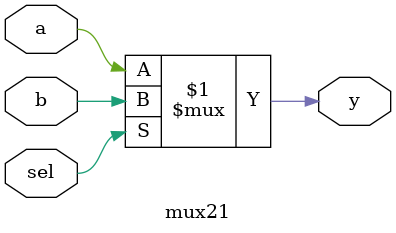
<source format=v>
module mux21 (
    a,b,sel,y
);
    input a,b;
    input sel;
    output y;
    assign y=sel?b:a;
endmodule
</source>
